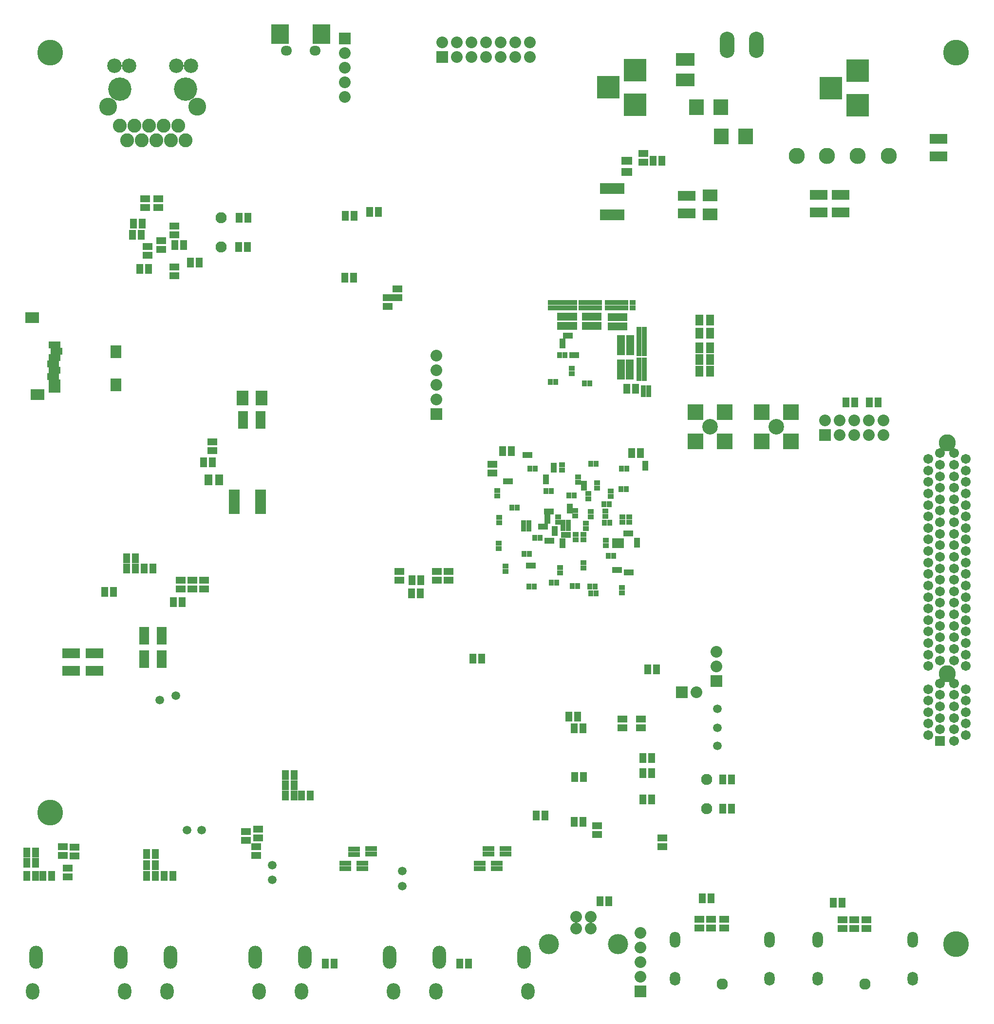
<source format=gbs>
G04 (created by PCBNEW (2013-07-07 BZR 4022)-stable) date 19/05/2015 04:41:07 PM*
%MOIN*%
G04 Gerber Fmt 3.4, Leading zero omitted, Abs format*
%FSLAX34Y34*%
G01*
G70*
G90*
G04 APERTURE LIST*
%ADD10C,0.00590551*%
%ADD11C,0.110551*%
%ADD12R,0.118425X0.13811*%
%ADD13O,0.0770866X0.0672441*%
%ADD14R,0.0987402X0.1066*%
%ADD15C,0.08*%
%ADD16C,0.13811*%
%ADD17R,0.045X0.065*%
%ADD18R,0.065X0.045*%
%ADD19C,0.076*%
%ADD20R,0.0357X0.0436*%
%ADD21R,0.0436X0.0357*%
%ADD22R,0.04X0.056*%
%ADD23R,0.056X0.04*%
%ADD24R,0.08X0.08*%
%ADD25R,0.055X0.075*%
%ADD26R,0.0791X0.0515*%
%ADD27R,0.0948X0.0751*%
%ADD28R,0.0751X0.0909*%
%ADD29O,0.0908661X0.157795*%
%ADD30O,0.0908661X0.11252*%
%ADD31C,0.122362*%
%ADD32C,0.159764*%
%ADD33C,0.0951968*%
%ADD34C,0.0987402*%
%ADD35R,0.07X0.12*%
%ADD36R,0.12X0.07*%
%ADD37R,0.17X0.075*%
%ADD38R,0.1X0.08*%
%ADD39R,0.075X0.055*%
%ADD40R,0.08X0.1*%
%ADD41R,0.075X0.17*%
%ADD42O,0.0711811X0.110551*%
%ADD43O,0.0711811X0.0948031*%
%ADD44C,0.0770866*%
%ADD45O,0.1X0.18*%
%ADD46R,0.1578X0.1578*%
%ADD47C,0.116457*%
%ADD48R,0.0672441X0.0672441*%
%ADD49C,0.0672441*%
%ADD50C,0.176299*%
%ADD51R,0.13X0.09*%
%ADD52C,0.106614*%
%ADD53R,0.106614X0.106614*%
%ADD54C,0.0593701*%
G04 APERTURE END LIST*
G54D10*
G54D11*
X106149Y-31384D03*
X104003Y-31384D03*
X101916Y-31384D03*
X99830Y-31384D03*
G54D12*
X67317Y-23057D03*
X64482Y-23057D03*
G54D13*
X66884Y-24189D03*
X64915Y-24189D03*
G54D14*
X92973Y-28050D03*
X94626Y-28050D03*
X96326Y-30050D03*
X94673Y-30050D03*
G54D15*
X85730Y-83460D03*
X84730Y-83460D03*
X84730Y-84247D03*
X85730Y-84247D03*
G54D16*
X87592Y-85310D03*
X82868Y-85310D03*
G54D17*
X84610Y-76953D03*
X85210Y-76953D03*
X84610Y-70553D03*
X85210Y-70553D03*
X89910Y-72593D03*
X89310Y-72593D03*
G54D18*
X87900Y-69923D03*
X87900Y-70523D03*
X89180Y-69923D03*
X89180Y-70523D03*
G54D17*
X84826Y-69732D03*
X84226Y-69732D03*
G54D18*
X86170Y-77800D03*
X86170Y-77200D03*
X90644Y-78048D03*
X90644Y-78648D03*
G54D17*
X84640Y-73873D03*
X85240Y-73873D03*
X89910Y-73623D03*
X89310Y-73623D03*
X89910Y-75423D03*
X89310Y-75423D03*
G54D19*
X93660Y-76033D03*
X93660Y-74033D03*
G54D17*
X94760Y-76033D03*
X95360Y-76033D03*
X95360Y-74033D03*
X94760Y-74033D03*
G54D18*
X79011Y-53092D03*
X79011Y-52492D03*
G54D17*
X74117Y-60424D03*
X73517Y-60424D03*
G54D18*
X71852Y-41086D03*
X71852Y-41686D03*
G54D17*
X69503Y-39718D03*
X68903Y-39718D03*
X88551Y-51718D03*
X89151Y-51718D03*
G54D18*
X75994Y-60404D03*
X75994Y-59804D03*
X72636Y-60400D03*
X72636Y-59800D03*
G54D17*
X79711Y-51592D03*
X80311Y-51592D03*
X88821Y-47312D03*
X88221Y-47312D03*
X74087Y-61315D03*
X73487Y-61315D03*
G54D20*
X81585Y-52771D03*
X81939Y-52771D03*
G54D21*
X86187Y-53758D03*
X86187Y-54112D03*
G54D20*
X87844Y-52762D03*
X88198Y-52762D03*
X82268Y-57521D03*
X81914Y-57521D03*
G54D21*
X82656Y-53690D03*
X82656Y-53336D03*
X84855Y-53707D03*
X84855Y-53353D03*
G54D20*
X84249Y-54610D03*
X84603Y-54610D03*
X89034Y-46592D03*
X89388Y-46592D03*
G54D21*
X83787Y-52516D03*
X83787Y-52870D03*
X83196Y-52882D03*
X83196Y-52528D03*
X85580Y-54837D03*
X85580Y-54483D03*
G54D20*
X82732Y-57701D03*
X83086Y-57701D03*
X87301Y-58756D03*
X86947Y-58756D03*
G54D21*
X85230Y-59569D03*
X85230Y-59215D03*
G54D20*
X81222Y-51859D03*
X81576Y-51859D03*
G54D21*
X83645Y-59895D03*
X83645Y-59541D03*
G54D20*
X85745Y-61324D03*
X86099Y-61324D03*
G54D21*
X87121Y-54665D03*
X87121Y-54311D03*
X84711Y-57290D03*
X84711Y-57644D03*
G54D20*
X84208Y-56492D03*
X83854Y-56492D03*
G54D21*
X84687Y-55652D03*
X84687Y-56006D03*
X85236Y-57644D03*
X85236Y-57290D03*
X83520Y-56444D03*
X83520Y-56090D03*
X85744Y-55712D03*
X85744Y-56066D03*
G54D20*
X84208Y-56852D03*
X83854Y-56852D03*
G54D21*
X88888Y-58018D03*
X88888Y-57664D03*
G54D20*
X88123Y-57210D03*
X88477Y-57210D03*
X86634Y-55199D03*
X86988Y-55199D03*
G54D21*
X88358Y-56089D03*
X88358Y-56443D03*
G54D20*
X86674Y-56469D03*
X87028Y-56469D03*
G54D21*
X87795Y-57698D03*
X87795Y-58052D03*
X87391Y-57698D03*
X87391Y-58052D03*
X87906Y-56087D03*
X87906Y-56441D03*
X82786Y-56394D03*
X82786Y-56040D03*
G54D20*
X86098Y-52447D03*
X85744Y-52447D03*
X87719Y-59700D03*
X87365Y-59700D03*
X84834Y-60796D03*
X84480Y-60796D03*
G54D21*
X87860Y-61281D03*
X87860Y-60927D03*
G54D20*
X85683Y-60852D03*
X86037Y-60852D03*
G54D21*
X83811Y-57699D03*
X83811Y-58053D03*
X79917Y-59451D03*
X79917Y-59805D03*
G54D20*
X83051Y-55715D03*
X82697Y-55715D03*
X82648Y-56747D03*
X82294Y-56747D03*
G54D21*
X79461Y-56115D03*
X79461Y-56469D03*
G54D20*
X83036Y-54315D03*
X82682Y-54315D03*
X81139Y-56504D03*
X81493Y-56504D03*
X81169Y-58627D03*
X81523Y-58627D03*
G54D21*
X79343Y-54287D03*
X79343Y-54641D03*
G54D20*
X81139Y-56894D03*
X81493Y-56894D03*
X80348Y-55457D03*
X80702Y-55457D03*
G54D21*
X79436Y-57890D03*
X79436Y-58244D03*
X86764Y-57683D03*
X86764Y-58037D03*
G54D20*
X88517Y-59880D03*
X88163Y-59880D03*
X79897Y-53629D03*
X80251Y-53629D03*
G54D21*
X84305Y-55688D03*
X84305Y-55334D03*
X84441Y-45916D03*
X84441Y-46270D03*
G54D20*
X82977Y-46849D03*
X83331Y-46849D03*
G54D21*
X83814Y-44029D03*
X83814Y-44383D03*
G54D20*
X89334Y-47692D03*
X89688Y-47692D03*
G54D21*
X85911Y-41769D03*
X85911Y-41415D03*
X83811Y-41769D03*
X83811Y-41415D03*
X86911Y-41769D03*
X86911Y-41415D03*
X86311Y-41769D03*
X86311Y-41415D03*
X84211Y-41769D03*
X84211Y-41415D03*
X83411Y-41769D03*
X83411Y-41415D03*
X85511Y-41769D03*
X85511Y-41415D03*
X85111Y-41769D03*
X85111Y-41415D03*
X84611Y-41769D03*
X84611Y-41415D03*
G54D20*
X89034Y-43692D03*
X89388Y-43692D03*
G54D21*
X83011Y-41769D03*
X83011Y-41415D03*
X88111Y-41769D03*
X88111Y-41415D03*
X88611Y-41769D03*
X88611Y-41415D03*
G54D20*
X89034Y-43292D03*
X89388Y-43292D03*
X89034Y-45792D03*
X89388Y-45792D03*
X89034Y-44092D03*
X89388Y-44092D03*
X89034Y-44492D03*
X89388Y-44492D03*
G54D21*
X87311Y-41769D03*
X87311Y-41415D03*
G54D20*
X89334Y-47292D03*
X89688Y-47292D03*
X89034Y-45392D03*
X89388Y-45392D03*
X89034Y-44892D03*
X89388Y-44892D03*
X89034Y-46192D03*
X89388Y-46192D03*
G54D21*
X87711Y-41769D03*
X87711Y-41415D03*
G54D22*
X86268Y-42393D03*
X86268Y-43021D03*
X85953Y-42393D03*
X85953Y-43021D03*
X85639Y-42393D03*
X85639Y-43021D03*
X85324Y-42393D03*
X85324Y-43021D03*
G54D23*
X88420Y-46464D03*
X87792Y-46464D03*
X88420Y-46149D03*
X87792Y-46149D03*
X88420Y-45835D03*
X87792Y-45835D03*
X88420Y-45520D03*
X87792Y-45520D03*
X88445Y-44799D03*
X87817Y-44799D03*
X88445Y-44484D03*
X87817Y-44484D03*
X88445Y-44170D03*
X87817Y-44170D03*
X88445Y-43855D03*
X87817Y-43855D03*
G54D22*
X88038Y-42418D03*
X88038Y-43046D03*
X87723Y-42418D03*
X87723Y-43046D03*
X87409Y-42418D03*
X87409Y-43046D03*
X87094Y-42418D03*
X87094Y-43046D03*
X84593Y-42368D03*
X84593Y-42996D03*
X84278Y-42368D03*
X84278Y-42996D03*
X83964Y-42368D03*
X83964Y-42996D03*
X83649Y-42368D03*
X83649Y-42996D03*
G54D24*
X75568Y-24607D03*
G54D15*
X75568Y-23607D03*
X76568Y-24607D03*
X76568Y-23607D03*
X77568Y-24607D03*
X77568Y-23607D03*
X78568Y-24607D03*
X78568Y-23607D03*
X79568Y-24607D03*
X79568Y-23607D03*
X80568Y-24607D03*
X80568Y-23607D03*
X81568Y-24607D03*
X81568Y-23607D03*
G54D20*
X84776Y-45026D03*
X84422Y-45026D03*
X85665Y-46957D03*
X85311Y-46957D03*
X83958Y-45022D03*
X83604Y-45022D03*
X83994Y-43667D03*
X84348Y-43667D03*
G54D18*
X75188Y-60418D03*
X75188Y-59818D03*
G54D20*
X88156Y-54178D03*
X87802Y-54178D03*
G54D21*
X83271Y-56870D03*
X83271Y-57224D03*
G54D20*
X83866Y-57326D03*
X84220Y-57326D03*
G54D21*
X85413Y-56513D03*
X85413Y-56867D03*
X89472Y-52400D03*
X89472Y-52754D03*
X85255Y-54117D03*
X85255Y-53763D03*
G54D20*
X81866Y-60845D03*
X81512Y-60845D03*
X83402Y-60592D03*
X83048Y-60592D03*
G54D25*
X93158Y-44505D03*
X93908Y-44505D03*
G54D17*
X86987Y-82384D03*
X86387Y-82384D03*
X77365Y-86634D03*
X76765Y-86634D03*
G54D18*
X62828Y-79231D03*
X62828Y-78631D03*
X62975Y-77455D03*
X62975Y-78055D03*
X62135Y-77623D03*
X62135Y-78223D03*
X50388Y-78666D03*
X50388Y-79266D03*
X49925Y-80719D03*
X49925Y-80119D03*
X49600Y-78658D03*
X49600Y-79258D03*
G54D26*
X49025Y-47350D03*
X49025Y-46917D03*
X48946Y-46484D03*
X49025Y-46051D03*
X48946Y-45618D03*
X49025Y-45185D03*
X49182Y-44752D03*
X49025Y-44319D03*
G54D27*
X47887Y-47704D03*
X47498Y-42429D03*
G54D28*
X53225Y-47033D03*
X53225Y-44789D03*
G54D29*
X66160Y-86200D03*
X71987Y-86200D03*
G54D30*
X65924Y-88546D03*
X72223Y-88546D03*
G54D29*
X56960Y-86200D03*
X62787Y-86200D03*
G54D30*
X56724Y-88546D03*
X63023Y-88546D03*
G54D29*
X47760Y-86200D03*
X53587Y-86200D03*
G54D30*
X47524Y-88546D03*
X53823Y-88546D03*
G54D29*
X75360Y-86200D03*
X81187Y-86200D03*
G54D30*
X75124Y-88546D03*
X81423Y-88546D03*
G54D17*
X55482Y-39112D03*
X54882Y-39112D03*
G54D18*
X55417Y-38178D03*
X55417Y-37578D03*
X57234Y-36788D03*
X57234Y-36188D03*
G54D17*
X61668Y-35605D03*
X62268Y-35605D03*
G54D18*
X55250Y-34909D03*
X55250Y-34309D03*
X56150Y-34909D03*
X56150Y-34309D03*
X57251Y-38990D03*
X57251Y-39590D03*
G54D17*
X61637Y-37605D03*
X62237Y-37605D03*
X90236Y-66498D03*
X89636Y-66498D03*
X58351Y-38690D03*
X58951Y-38690D03*
G54D31*
X52701Y-28010D03*
X58800Y-28010D03*
G54D32*
X53500Y-26809D03*
X58000Y-26809D03*
G54D33*
X56498Y-29309D03*
X57998Y-30309D03*
X56998Y-30309D03*
X55998Y-30309D03*
X54998Y-30309D03*
X55498Y-29309D03*
X54498Y-29309D03*
X57498Y-29309D03*
G54D34*
X58361Y-25211D03*
X57361Y-25211D03*
X54140Y-25211D03*
X53140Y-25211D03*
G54D33*
X53498Y-29309D03*
X53998Y-30309D03*
G54D18*
X56344Y-37793D03*
X56344Y-37193D03*
G54D17*
X53970Y-59610D03*
X54570Y-59610D03*
X54570Y-58910D03*
X53970Y-58910D03*
X55770Y-59610D03*
X55170Y-59610D03*
G54D18*
X58470Y-61010D03*
X58470Y-60410D03*
X59270Y-60410D03*
X59270Y-61010D03*
G54D17*
X59241Y-52353D03*
X59841Y-52353D03*
G54D18*
X57670Y-61010D03*
X57670Y-60410D03*
X89338Y-31226D03*
X89338Y-31826D03*
G54D19*
X60447Y-35605D03*
X60447Y-37605D03*
G54D35*
X55170Y-64210D03*
X56370Y-64210D03*
X55170Y-65810D03*
X56370Y-65810D03*
G54D17*
X53070Y-61210D03*
X52470Y-61210D03*
X57770Y-61910D03*
X57170Y-61910D03*
G54D36*
X51770Y-66610D03*
X51770Y-65410D03*
X50170Y-66610D03*
X50170Y-65410D03*
X101350Y-34050D03*
X101350Y-35250D03*
X109550Y-30200D03*
X109550Y-31400D03*
X102850Y-34050D03*
X102850Y-35250D03*
G54D25*
X93158Y-42605D03*
X93908Y-42605D03*
X59566Y-53553D03*
X60316Y-53553D03*
G54D37*
X87188Y-33626D03*
X87188Y-35426D03*
G54D38*
X93888Y-34076D03*
X93888Y-35376D03*
G54D18*
X59841Y-50953D03*
X59841Y-51553D03*
G54D17*
X90588Y-31726D03*
X89988Y-31726D03*
G54D39*
X88188Y-31726D03*
X88188Y-32476D03*
G54D40*
X61891Y-47953D03*
X63191Y-47953D03*
G54D35*
X61941Y-49453D03*
X63141Y-49453D03*
G54D41*
X61341Y-55053D03*
X63141Y-55053D03*
G54D25*
X93158Y-45305D03*
X93908Y-45305D03*
X93908Y-43505D03*
X93158Y-43505D03*
X93158Y-46105D03*
X93908Y-46105D03*
G54D36*
X92288Y-35326D03*
X92288Y-34126D03*
G54D42*
X91489Y-85012D03*
X97986Y-85012D03*
G54D43*
X91489Y-87681D03*
X97986Y-87681D03*
G54D44*
X94738Y-88035D03*
G54D42*
X101261Y-85012D03*
X107758Y-85012D03*
G54D43*
X101261Y-87681D03*
X107758Y-87681D03*
G54D44*
X104510Y-88035D03*
G54D45*
X95075Y-23785D03*
X97075Y-23785D03*
G54D46*
X104014Y-27921D03*
X104014Y-25559D03*
X102164Y-26740D03*
X88780Y-27861D03*
X88780Y-25499D03*
X86930Y-26680D03*
G54D47*
X110123Y-51013D03*
X110123Y-66820D03*
G54D48*
X109631Y-71407D03*
G54D49*
X108843Y-71013D03*
X109631Y-70620D03*
X108843Y-70226D03*
X109631Y-69832D03*
X108843Y-69438D03*
X109631Y-69045D03*
X108843Y-68651D03*
X109631Y-68257D03*
X108843Y-67864D03*
X109631Y-67470D03*
X108843Y-66289D03*
X109631Y-65895D03*
X108843Y-65501D03*
X109631Y-65108D03*
X108843Y-64714D03*
X109631Y-64320D03*
X108843Y-63927D03*
X109631Y-63533D03*
X108843Y-63139D03*
X109631Y-62746D03*
X108843Y-62352D03*
X109631Y-61958D03*
X108843Y-61564D03*
X109631Y-61171D03*
X108843Y-60777D03*
X109631Y-60383D03*
X108843Y-59990D03*
X109631Y-59596D03*
X108843Y-59202D03*
X109631Y-58809D03*
X108843Y-58415D03*
X109631Y-58021D03*
X108843Y-57627D03*
X109631Y-57234D03*
X108843Y-56840D03*
X109631Y-56446D03*
X108843Y-56053D03*
X109631Y-55659D03*
X108843Y-55265D03*
X109631Y-54872D03*
X108843Y-54478D03*
X109631Y-54084D03*
X108843Y-53690D03*
X109631Y-53297D03*
X108843Y-52903D03*
X109631Y-52509D03*
X108843Y-52116D03*
X110615Y-71407D03*
X111402Y-71013D03*
X110615Y-70620D03*
X111402Y-70226D03*
X110615Y-69832D03*
X111402Y-69438D03*
X110615Y-69045D03*
X111402Y-68651D03*
X110615Y-68257D03*
X111402Y-67864D03*
X110615Y-67470D03*
X111402Y-66289D03*
X110615Y-65895D03*
X111402Y-65501D03*
X110615Y-65108D03*
X111402Y-64714D03*
X110615Y-64320D03*
X111402Y-63927D03*
X110615Y-63533D03*
X111402Y-63139D03*
X110615Y-62746D03*
X111402Y-62352D03*
X110615Y-61958D03*
X111402Y-61564D03*
X110615Y-61171D03*
X111402Y-60777D03*
X110615Y-60383D03*
X111402Y-59990D03*
X110615Y-59596D03*
X111402Y-59202D03*
X110615Y-58809D03*
X111402Y-58415D03*
X110615Y-58021D03*
X111402Y-57627D03*
X110615Y-57234D03*
X111402Y-56840D03*
X110615Y-56446D03*
X111402Y-56053D03*
X110615Y-55659D03*
X111402Y-55265D03*
X110615Y-54872D03*
X111402Y-54478D03*
X110615Y-54084D03*
X111402Y-53690D03*
X110615Y-53297D03*
X111402Y-52903D03*
X110615Y-52509D03*
X111402Y-52116D03*
X109631Y-51722D03*
X110615Y-51722D03*
G54D50*
X48741Y-76301D03*
X110741Y-85301D03*
X110741Y-24301D03*
X48741Y-24301D03*
G54D17*
X47150Y-79050D03*
X47750Y-79050D03*
X55350Y-79150D03*
X55950Y-79150D03*
G54D18*
X93170Y-83626D03*
X93170Y-84226D03*
X102978Y-83650D03*
X102978Y-84250D03*
X103774Y-83650D03*
X103774Y-84250D03*
X104612Y-83650D03*
X104612Y-84250D03*
X93982Y-83614D03*
X93982Y-84214D03*
X94880Y-83618D03*
X94880Y-84218D03*
G54D17*
X104800Y-48250D03*
X105400Y-48250D03*
X103800Y-48250D03*
X103200Y-48250D03*
X64850Y-73750D03*
X65450Y-73750D03*
G54D24*
X101772Y-50488D03*
G54D15*
X101772Y-49488D03*
X102772Y-50488D03*
X102772Y-49488D03*
X103772Y-50488D03*
X103772Y-49488D03*
X104772Y-50488D03*
X104772Y-49488D03*
X105772Y-50488D03*
X105772Y-49488D03*
G54D24*
X68890Y-23340D03*
G54D15*
X68890Y-24340D03*
X68890Y-25340D03*
X68890Y-26340D03*
X68890Y-27340D03*
G54D24*
X89130Y-88558D03*
G54D15*
X89130Y-87558D03*
X89130Y-86558D03*
X89130Y-85558D03*
X89130Y-84558D03*
G54D24*
X75172Y-49040D03*
G54D15*
X75172Y-48040D03*
X75172Y-47040D03*
X75172Y-46040D03*
X75172Y-45040D03*
G54D24*
X94331Y-67307D03*
G54D15*
X94331Y-66307D03*
X94331Y-65307D03*
G54D24*
X91969Y-68071D03*
G54D15*
X92969Y-68071D03*
G54D17*
X71206Y-35213D03*
X70606Y-35213D03*
X54446Y-36025D03*
X55046Y-36025D03*
X54364Y-36766D03*
X54964Y-36766D03*
X57283Y-37486D03*
X57883Y-37486D03*
G54D51*
X92210Y-24776D03*
X92210Y-26176D03*
G54D17*
X68945Y-35479D03*
X69545Y-35479D03*
G54D21*
X80105Y-79147D03*
X80105Y-78793D03*
X79703Y-79147D03*
X79703Y-78793D03*
X79508Y-79791D03*
X79508Y-80145D03*
X79115Y-79791D03*
X79115Y-80145D03*
X78923Y-79147D03*
X78923Y-78793D03*
X78522Y-79147D03*
X78522Y-78793D03*
X77933Y-79791D03*
X77933Y-80145D03*
X78328Y-79791D03*
X78328Y-80145D03*
X70902Y-79143D03*
X70902Y-78789D03*
X70505Y-78777D03*
X70505Y-79131D03*
X70310Y-79791D03*
X70310Y-80145D03*
X69914Y-80145D03*
X69914Y-79791D03*
X69726Y-79177D03*
X69726Y-78823D03*
X69322Y-78827D03*
X69322Y-79181D03*
X69127Y-79791D03*
X69127Y-80145D03*
X68733Y-80145D03*
X68733Y-79791D03*
G54D52*
X98450Y-49900D03*
G54D53*
X99453Y-48896D03*
X99453Y-50903D03*
X97446Y-50903D03*
X97446Y-48896D03*
G54D52*
X93900Y-49900D03*
G54D53*
X94903Y-48896D03*
X94903Y-50903D03*
X92896Y-50903D03*
X92896Y-48896D03*
G54D17*
X78260Y-65770D03*
X77660Y-65770D03*
X57150Y-80650D03*
X56550Y-80650D03*
X55350Y-80650D03*
X55950Y-80650D03*
X55354Y-79920D03*
X55954Y-79920D03*
X47150Y-80650D03*
X47750Y-80650D03*
X47150Y-79750D03*
X47750Y-79750D03*
X48850Y-80650D03*
X48250Y-80650D03*
X68157Y-86630D03*
X67557Y-86630D03*
X66550Y-75150D03*
X65950Y-75150D03*
X64850Y-75150D03*
X65450Y-75150D03*
X64850Y-74450D03*
X65450Y-74450D03*
G54D21*
X86743Y-55683D03*
X86743Y-56037D03*
G54D20*
X81466Y-59406D03*
X81820Y-59406D03*
G54D18*
X72516Y-41066D03*
X72516Y-40466D03*
G54D17*
X82600Y-76500D03*
X82000Y-76500D03*
G54D54*
X57350Y-68300D03*
X59100Y-77500D03*
X56250Y-68600D03*
X72850Y-80300D03*
X72850Y-81350D03*
X63950Y-79900D03*
X63950Y-80900D03*
X58100Y-77500D03*
X94400Y-71750D03*
X94400Y-70500D03*
X94400Y-69200D03*
G54D17*
X93371Y-82175D03*
X93971Y-82175D03*
X102933Y-82487D03*
X102333Y-82487D03*
M02*

</source>
